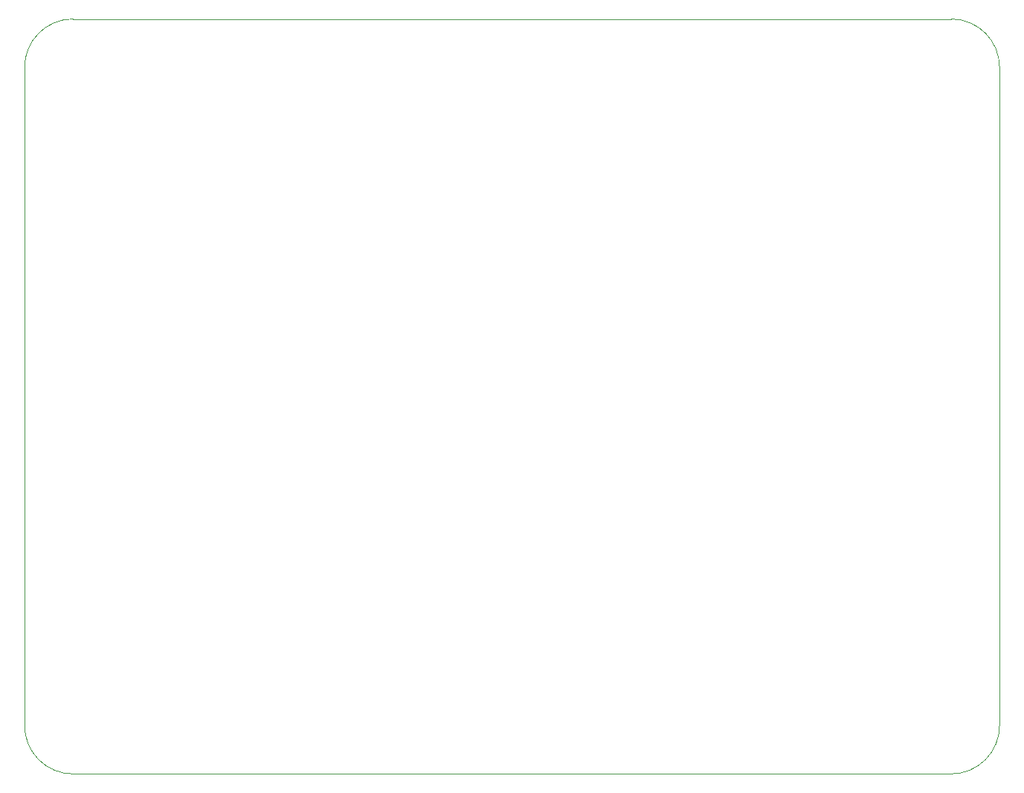
<source format=gm1>
G04 #@! TF.GenerationSoftware,KiCad,Pcbnew,9.0.0*
G04 #@! TF.CreationDate,2025-03-31T20:11:42+09:00*
G04 #@! TF.ProjectId,circuit-sugoi-tsuyoi-machine,63697263-7569-4742-9d73-75676f692d74,rev?*
G04 #@! TF.SameCoordinates,Original*
G04 #@! TF.FileFunction,Profile,NP*
%FSLAX46Y46*%
G04 Gerber Fmt 4.6, Leading zero omitted, Abs format (unit mm)*
G04 Created by KiCad (PCBNEW 9.0.0) date 2025-03-31 20:11:42*
%MOMM*%
%LPD*%
G01*
G04 APERTURE LIST*
G04 #@! TA.AperFunction,Profile*
%ADD10C,0.050000*%
G04 #@! TD*
G04 APERTURE END LIST*
D10*
X197000000Y-57000000D02*
X197000000Y-132000000D01*
X91500000Y-137500000D02*
G75*
G02*
X86000000Y-132000000I0J5500000D01*
G01*
X191500000Y-137500000D02*
X91500000Y-137500000D01*
X191500000Y-51500000D02*
G75*
G02*
X197000000Y-57000000I0J-5500000D01*
G01*
X86000000Y-132000000D02*
X86000000Y-57000000D01*
X86000000Y-57000000D02*
G75*
G02*
X91500000Y-51500000I5500000J0D01*
G01*
X197000000Y-132000000D02*
G75*
G02*
X191500000Y-137500000I-5500000J0D01*
G01*
X91500000Y-51500000D02*
X191500000Y-51500000D01*
M02*

</source>
